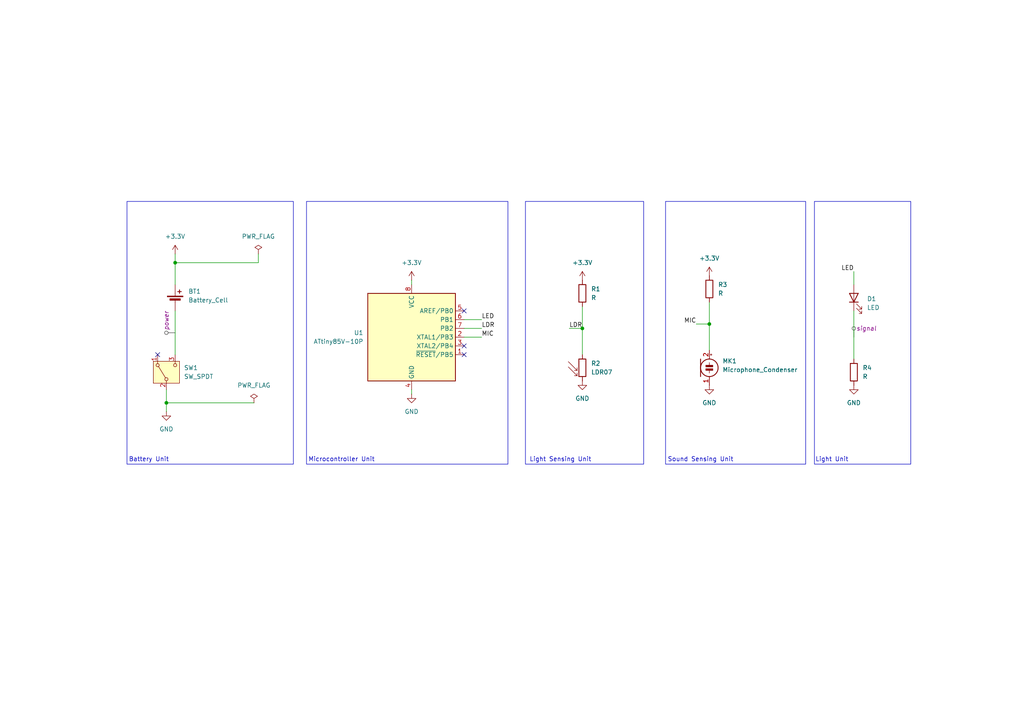
<source format=kicad_sch>
(kicad_sch (version 20231120) (generator "eeschema") (generator_version "8.0")
  (paper "A4")
  (title_block (title "Parking Lot Sensor PCB") (date "28 Sep 2024") (rev "V1") (company "Embedded Ninja"))
  (lib_symbols
    (symbol "Device:Battery_Cell" (pin_numbers hide) (pin_names (offset 0) hide)
      (property "Reference" "BT" (at 2.54 2.54 0))
      (property "Value" "Battery_Cell" (at 2.54 0 0))
      (symbol "Battery_Cell_0_1"
        (rectangle (start -2.286 1.778) (end 2.286 1.524) (fill (type outline)))
        (rectangle (start -1.524 1.016) (end 1.524 0.508) (fill (type outline)))
        (polyline (pts (xy 0 0.762) (xy 0 0)))
        (polyline (pts (xy 0 1.778) (xy 0 2.54)))
        (polyline (pts (xy 0.762 3.048) (xy 1.778 3.048)) (stroke (width 0.254)))
        (polyline (pts (xy 1.27 3.556) (xy 1.27 2.54)) (stroke (width 0.254)))
      )
      (symbol "Battery_Cell_1_1"
        (pin passive line (at 0 5.08 270) (length 2.54) (name "+") (number "1"))
        (pin passive line (at 0 -2.54 90) (length 2.54) (name "-") (number "2"))
      )
    )
    (symbol "Device:LED" (pin_numbers hide) (pin_names (offset 1.016) hide)
      (property "Reference" "D" (at 0 2.54 0))
      (property "Value" "LED" (at 0 -2.54 0))
      (symbol "LED_0_1"
        (polyline (pts (xy -1.27 -1.27) (xy -1.27 1.27)) (stroke (width 0.254)))
        (polyline (pts (xy -1.27 0) (xy 1.27 0)))
        (polyline (pts (xy 1.27 -1.27) (xy 1.27 1.27) (xy -1.27 0) (xy 1.27 -1.27)) (stroke (width 0.254)))
        (polyline (pts (xy -3.048 -0.762) (xy -4.572 -2.286) (xy -3.81 -2.286) (xy -4.572 -2.286) (xy -4.572 -1.524)))
        (polyline (pts (xy -1.778 -0.762) (xy -3.302 -2.286) (xy -2.54 -2.286) (xy -3.302 -2.286) (xy -3.302 -1.524)))
      )
      (symbol "LED_1_1"
        (pin passive line (at -3.81 0 0) (length 2.54) (name "K") (number "1"))
        (pin passive line (at 3.81 0 180) (length 2.54) (name "A") (number "2"))
      )
    )
    (symbol "Device:Microphone_Condenser" (pin_names (offset 0.0254) hide)
      (property "Reference" "MK" (at -3.302 1.27 0))
      (property "Value" "Microphone_Condenser" (at -3.302 -0.635 0))
      (symbol "Microphone_Condenser_0_1"
        (polyline (pts (xy -2.54 2.54) (xy -2.54 -2.54)) (stroke (width 0.254)))
        (polyline (pts (xy 0 -0.762) (xy 0 -1.524)))
        (polyline (pts (xy 0 0.762) (xy 0 1.524)))
        (polyline (pts (xy 0.254 3.81) (xy 0.762 3.81)))
        (polyline (pts (xy 0.508 4.064) (xy 0.508 3.556)))
        (circle (center 0 0) (radius 2.54) (stroke (width 0.254)))
        (rectangle (start 1.016 -0.254) (end -1.016 -0.762) (fill (type outline)))
        (rectangle (start 1.016 0.762) (end -1.016 0.254) (fill (type outline)))
      )
      (symbol "Microphone_Condenser_1_1"
        (pin passive line (at 0 -5.08 90) (length 2.54) (name "-") (number "1"))
        (pin passive line (at 0 5.08 270) (length 2.54) (name "+") (number "2"))
      )
    )
    (symbol "Device:R" (pin_numbers hide) (pin_names (offset 0))
      (property "Reference" "R" (at 2.032 0 90))
      (property "Value" "R" (at 0 0 90))
      (symbol "R_0_1"
        (rectangle (start -1.016 -2.54) (end 1.016 2.54) (stroke (width 0.254)))
      )
      (symbol "R_1_1"
        (pin passive line (at 0 3.81 270) (length 1.27) (name "~") (number "1"))
        (pin passive line (at 0 -3.81 90) (length 1.27) (name "~") (number "2"))
      )
    )
    (symbol "MCU_Microchip_ATtiny:ATtiny85V-10P"
      (property "Reference" "U" (at -12.7 13.97 0))
      (property "Value" "ATtiny85V-10P" (at 2.54 -13.97 0))
      (symbol "ATtiny85V-10P_0_1"
        (rectangle (start -12.7 -12.7) (end 12.7 12.7) (stroke (width 0.254)) (fill (type background)))
      )
      (symbol "ATtiny85V-10P_1_1"
        (pin bidirectional line (at 15.24 -5.08 180) (length 2.54) (name "~{RESET}/PB5") (number "1"))
        (pin bidirectional line (at 15.24 0 180) (length 2.54) (name "XTAL1/PB3") (number "2"))
        (pin bidirectional line (at 15.24 -2.54 180) (length 2.54) (name "XTAL2/PB4") (number "3"))
        (pin power_in line (at 0 -15.24 90) (length 2.54) (name "GND") (number "4"))
        (pin bidirectional line (at 15.24 7.62 180) (length 2.54) (name "AREF/PB0") (number "5"))
        (pin bidirectional line (at 15.24 5.08 180) (length 2.54) (name "PB1") (number "6"))
        (pin bidirectional line (at 15.24 2.54 180) (length 2.54) (name "PB2") (number "7"))
        (pin power_in line (at 0 15.24 270) (length 2.54) (name "VCC") (number "8"))
      )
    )
    (symbol "Sensor_Optical:LDR07" (pin_numbers hide) (pin_names (offset 0))
      (property "Reference" "R" (at -5.08 0 90))
      (property "Value" "LDR07" (at 1.905 0 90))
      (symbol "LDR07_0_1"
        (rectangle (start -1.016 2.54) (end 1.016 -2.54) (stroke (width 0.254)))
        (polyline (pts (xy -1.524 -2.286) (xy -4.064 0.254)))
        (polyline (pts (xy -1.524 -2.286) (xy -2.286 -2.286)))
        (polyline (pts (xy -1.524 -2.286) (xy -1.524 -1.524)))
        (polyline (pts (xy -1.524 -0.762) (xy -4.064 1.778)))
        (polyline (pts (xy -1.524 -0.762) (xy -2.286 -0.762)))
        (polyline (pts (xy -1.524 -0.762) (xy -1.524 0)))
      )
      (symbol "LDR07_1_1"
        (pin passive line (at 0 3.81 270) (length 1.27) (name "~") (number "1"))
        (pin passive line (at 0 -3.81 90) (length 1.27) (name "~") (number "2"))
      )
    )
    (symbol "Switch:SW_SPDT" (pin_names (offset 0) hide)
      (property "Reference" "SW" (at 0 5.08 0))
      (property "Value" "SW_SPDT" (at 0 -5.08 0))
      (symbol "SW_SPDT_0_1"
        (circle (center -2.032 0) (radius 0.4572))
        (polyline (pts (xy -1.651 0.254) (xy 1.651 2.286)))
        (circle (center 2.032 -2.54) (radius 0.4572))
        (circle (center 2.032 2.54) (radius 0.4572))
      )
      (symbol "SW_SPDT_1_1"
        (rectangle (start -3.175 3.81) (end 3.175 -3.81) (fill (type background)))
        (pin passive line (at 5.08 2.54 180) (length 2.54) (name "A") (number "1"))
        (pin passive line (at -5.08 0 0) (length 2.54) (name "B") (number "2"))
        (pin passive line (at 5.08 -2.54 180) (length 2.54) (name "C") (number "3"))
      )
    )
    (symbol "power:+3.3V" (power) (pin_numbers hide) (pin_names (offset 0) hide)
      (property "Value" "+3.3V" (at 0 3.556 0))
      (symbol "+3.3V_0_1"
        (polyline (pts (xy -0.762 1.27) (xy 0 2.54)))
        (polyline (pts (xy 0 0) (xy 0 2.54)))
        (polyline (pts (xy 0 2.54) (xy 0.762 1.27)))
      )
      (symbol "+3.3V_1_1"
        (pin power_in line (at 0 0 90) (length 0) (name "~") (number "1"))
      )
    )
    (symbol "power:GND" (power) (pin_numbers hide) (pin_names (offset 0) hide)
      (property "Value" "GND" (at 0 -3.81 0))
      (symbol "GND_0_1"
        (polyline (pts (xy 0 0) (xy 0 -1.27) (xy 1.27 -1.27) (xy 0 -2.54) (xy -1.27 -1.27) (xy 0 -1.27)))
      )
      (symbol "GND_1_1"
        (pin power_in line (at 0 0 270) (length 0) (name "~") (number "1"))
      )
    )
    (symbol "power:PWR_FLAG" (power) (pin_numbers hide) (pin_names (offset 0) hide)
      (property "Value" "PWR_FLAG" (at 0 3.81 0))
      (symbol "PWR_FLAG_0_0"
        (pin power_out line (at 0 0 90) (length 0) (name "~") (number "1"))
      )
      (symbol "PWR_FLAG_0_1"
        (polyline (pts (xy 0 0) (xy 0 1.27) (xy -1.016 1.905) (xy 0 2.54) (xy 1.016 1.905) (xy 0 1.27)))
      )
    )
  )
  (junction (at 168.91 95.25))
  (junction (at 50.8 76.2))
  (junction (at 205.74 93.98))
  (junction (at 48.26 116.84))
  (no_connect (at 134.62 90.17))
  (no_connect (at 45.72 102.87))
  (no_connect (at 134.62 100.33))
  (no_connect (at 134.62 102.87))
  (wire (pts (xy 247.65 78.74) (xy 247.65 82.55)))
  (wire (pts (xy 168.91 95.25) (xy 168.91 102.87)))
  (wire (pts (xy 50.8 73.66) (xy 50.8 76.2)))
  (wire (pts (xy 168.91 88.9) (xy 168.91 95.25)))
  (wire (pts (xy 48.26 116.84) (xy 73.66 116.84)))
  (wire (pts (xy 134.62 97.79) (xy 139.7 97.79)))
  (wire (pts (xy 205.74 93.98) (xy 205.74 101.6)))
  (wire (pts (xy 201.93 93.98) (xy 205.74 93.98)))
  (wire (pts (xy 247.65 90.17) (xy 247.65 104.14)))
  (wire (pts (xy 50.8 76.2) (xy 74.93 76.2)))
  (wire (pts (xy 134.62 92.71) (xy 139.7 92.71)))
  (wire (pts (xy 119.38 114.3) (xy 119.38 113.03)))
  (wire (pts (xy 48.26 113.03) (xy 48.26 116.84)))
  (wire (pts (xy 48.26 116.84) (xy 48.26 119.38)))
  (wire (pts (xy 74.93 73.66) (xy 74.93 76.2)))
  (wire (pts (xy 165.1 95.25) (xy 168.91 95.25)))
  (wire (pts (xy 205.74 87.63) (xy 205.74 93.98)))
  (wire (pts (xy 50.8 76.2) (xy 50.8 82.55)))
  (wire (pts (xy 119.38 81.28) (xy 119.38 82.55)))
  (wire (pts (xy 50.8 90.17) (xy 50.8 102.87)))
  (wire (pts (xy 134.62 95.25) (xy 139.7 95.25)))
  (rectangle (start 152.4 58.42) (end 186.69 134.62))
  (rectangle (start 193.04 58.42) (end 233.68 134.62))
  (rectangle (start 236.22 58.42) (end 264.16 134.62))
  (rectangle (start 88.9 58.42) (end 147.32 134.62))
  (rectangle (start 36.83 58.42) (end 85.09 134.62))
  (text "Microcontroller Unit\n" (at 99.06 133.35 0) (effects (font (size 1.27 1.27))))
  (text "Sound Sensing Unit\n" (at 203.2 133.35 0) (effects (font (size 1.27 1.27))))
  (text "Light Sensing Unit\n" (at 162.56 133.35 0) (effects (font (size 1.27 1.27))))
  (text "Light Unit\n" (at 241.3 133.35 0) (effects (font (size 1.27 1.27))))
  (text "Battery Unit" (at 43.18 133.35 0) (effects (font (size 1.27 1.27))))
  (label "MIC" (at 139.7 97.79 0))
  (label "LDR" (at 165.1 95.25 0))
  (label "LED" (at 139.7 92.71 0))
  (label "LDR" (at 139.7 95.25 0))
  (label "LED" (at 247.65 78.74 180))
  (label "MIC" (at 201.93 93.98 180))
  (netclass_flag "" (length 2.54) (shape round) (at 247.65 97.79 0) (property "Netclass" "signal" (at 248.3485 95.25 0) (effects (font (italic yes)) (justify left))))
  (netclass_flag "" (length 2.54) (shape round) (at 50.8 96.52 90) (property "Netclass" "power" (at 48.26 95.8215 90) (effects (font (italic yes)) (justify left))))
  (symbol (lib_id "MCU_Microchip_ATtiny:ATtiny85V-10P") (at 119.38 97.79 0) (unit 1)
    (property "Reference" "U1" (at 105.41 96.5199 0) (effects (justify right)))
    (property "Value" "ATtiny85V-10P" (at 105.41 99.0599 0) (effects (justify right)))
    (property "Footprint" "Package_DIP:DIP-8_W7.62mm" (effects (hide yes)))
    (property "Datasheet" "http://ww1.microchip.com/downloads/en/DeviceDoc/atmel-2586-avr-8-bit-microcontroller-attiny25-attiny45-attiny85_datasheet.pdf" (effects (hide yes)))
    (property "Description" "10MHz, 8kB Flash, 512B SRAM, 512B EEPROM, debugWIRE, DIP-8" (effects (hide yes)))
  )
  (symbol (lib_id "power:GND") (at 205.74 111.76 0) (unit 1)
    (property "Reference" "#PWR08" (effects (hide yes)))
    (property "Value" "GND" (at 205.74 116.84 0))
    (property "Description" "Power symbol creates a global label with name \"GND\" , ground" (effects (hide yes)))
  )
  (symbol (lib_id "Device:Microphone_Condenser") (at 205.74 106.68 0) (unit 1)
    (property "Reference" "MK1" (at 209.55 104.7114 0) (effects (justify left)))
    (property "Value" "Microphone_Condenser" (at 209.55 107.2514 0) (effects (justify left)))
    (property "Footprint" "Sensor_Audio:Infineon_PG-LLGA-5-1" (effects (hide yes)))
    (property "Description" "Condenser microphone" (effects (hide yes)))
  )
  (symbol (lib_id "Device:R") (at 168.91 85.09 0) (unit 1)
    (property "Reference" "R1" (at 171.45 83.8199 0) (effects (justify left)))
    (property "Value" "R" (at 171.45 86.3599 0) (effects (justify left)))
    (property "Footprint" "OptoDevice:R_LDR_5.2x5.2mm_P3.5mm_Horizontal" (effects (hide yes)))
    (property "Description" "Resistor" (effects (hide yes)))
  )
  (symbol (lib_id "Device:R") (at 247.65 107.95 0) (unit 1)
    (property "Reference" "R4" (at 250.19 106.6799 0) (effects (justify left)))
    (property "Value" "R" (at 250.19 109.2199 0) (effects (justify left)))
    (property "Footprint" "OptoDevice:R_LDR_5.2x5.2mm_P3.5mm_Horizontal" (effects (hide yes)))
    (property "Description" "Resistor" (effects (hide yes)))
  )
  (symbol (lib_id "power:+3.3V") (at 205.74 80.01 0) (unit 1)
    (property "Reference" "#PWR07" (effects (hide yes)))
    (property "Value" "+3.3V" (at 205.74 74.93 0))
    (property "Description" "Power symbol creates a global label with name \"+3.3V\"" (effects (hide yes)))
  )
  (symbol (lib_id "power:PWR_FLAG") (at 73.66 116.84 0) (unit 1)
    (property "Reference" "#FLG01" (effects (hide yes)))
    (property "Value" "PWR_FLAG" (at 73.66 111.76 0))
    (property "Description" "Special symbol for telling ERC where power comes from" (effects (hide yes)))
  )
  (symbol (lib_id "Switch:SW_SPDT") (at 48.26 107.95 90) (unit 1)
    (property "Reference" "SW1" (at 53.34 106.6799 90) (effects (justify right)))
    (property "Value" "SW_SPDT" (at 53.34 109.2199 90) (effects (justify right)))
    (property "Footprint" "Button_Switch_SMD:SW_SPDT_CK_JS102011SAQN" (effects (hide yes)))
    (property "Description" "Switch, single pole double throw" (effects (hide yes)))
  )
  (symbol (lib_id "power:+3.3V") (at 50.8 73.66 0) (unit 1)
    (property "Reference" "#PWR02" (effects (hide yes)))
    (property "Value" "+3.3V" (at 50.8 68.58 0))
    (property "Description" "Power symbol creates a global label with name \"+3.3V\"" (effects (hide yes)))
  )
  (symbol (lib_id "power:+3.3V") (at 119.38 81.28 0) (unit 1)
    (property "Reference" "#PWR03" (effects (hide yes)))
    (property "Value" "+3.3V" (at 119.38 76.2 0))
    (property "Description" "Power symbol creates a global label with name \"+3.3V\"" (effects (hide yes)))
  )
  (symbol (lib_id "Device:R") (at 205.74 83.82 0) (unit 1)
    (property "Reference" "R3" (at 208.28 82.5499 0) (effects (justify left)))
    (property "Value" "R" (at 208.28 85.0899 0) (effects (justify left)))
    (property "Footprint" "OptoDevice:R_LDR_5.2x5.2mm_P3.5mm_Horizontal" (effects (hide yes)))
    (property "Description" "Resistor" (effects (hide yes)))
  )
  (symbol (lib_id "Sensor_Optical:LDR07") (at 168.91 106.68 0) (unit 1)
    (property "Reference" "R2" (at 171.45 105.4099 0) (effects (justify left)))
    (property "Value" "LDR07" (at 171.45 107.9499 0) (effects (justify left)))
    (property "Footprint" "OptoDevice:R_LDR_5.1x4.3mm_P3.4mm_Vertical" (effects (hide yes)))
    (property "Datasheet" "http://www.tme.eu/de/Document/f2e3ad76a925811312d226c31da4cd7e/LDR07.pdf" (effects (hide yes)))
    (property "Description" "light dependent resistor" (effects (hide yes)))
  )
  (symbol (lib_id "Device:LED") (at 247.65 86.36 90) (unit 1)
    (property "Reference" "D1" (at 251.46 86.6774 90) (effects (justify right)))
    (property "Value" "LED" (at 251.46 89.2174 90) (effects (justify right)))
    (property "Footprint" "LED_THT:LED_D5.0mm" (effects (hide yes)))
    (property "Description" "Light emitting diode" (effects (hide yes)))
  )
  (symbol (lib_id "power:GND") (at 48.26 119.38 0) (unit 1)
    (property "Reference" "#PWR01" (effects (hide yes)))
    (property "Value" "GND" (at 48.26 124.46 0))
    (property "Description" "Power symbol creates a global label with name \"GND\" , ground" (effects (hide yes)))
  )
  (symbol (lib_id "power:GND") (at 168.91 110.49 0) (unit 1)
    (property "Reference" "#PWR06" (effects (hide yes)))
    (property "Value" "GND" (at 168.91 115.57 0))
    (property "Description" "Power symbol creates a global label with name \"GND\" , ground" (effects (hide yes)))
  )
  (symbol (lib_id "power:+3.3V") (at 168.91 81.28 0) (unit 1)
    (property "Reference" "#PWR05" (effects (hide yes)))
    (property "Value" "+3.3V" (at 168.91 76.2 0))
    (property "Description" "Power symbol creates a global label with name \"+3.3V\"" (effects (hide yes)))
  )
  (symbol (lib_id "power:PWR_FLAG") (at 74.93 73.66 0) (unit 1)
    (property "Reference" "#FLG02" (effects (hide yes)))
    (property "Value" "PWR_FLAG" (at 74.93 68.58 0))
    (property "Description" "Special symbol for telling ERC where power comes from" (effects (hide yes)))
  )
  (symbol (lib_id "power:GND") (at 119.38 114.3 0) (unit 1)
    (property "Reference" "#PWR04" (effects (hide yes)))
    (property "Value" "GND" (at 119.38 119.38 0))
    (property "Description" "Power symbol creates a global label with name \"GND\" , ground" (effects (hide yes)))
  )
  (symbol (lib_id "Device:Battery_Cell") (at 50.8 87.63 0) (unit 1)
    (property "Reference" "BT1" (at 54.61 84.5184 0) (effects (justify left)))
    (property "Value" "Battery_Cell" (at 54.61 87.0584 0) (effects (justify left)))
    (property "Footprint" "Battery:BatteryHolder_ComfortableElectronic_CH273-2450_1x2450" (effects (hide yes)))
    (property "Description" "Single-cell battery" (effects (hide yes)))
  )
  (symbol (lib_id "power:GND") (at 247.65 111.76 0) (unit 1)
    (property "Reference" "#PWR09" (effects (hide yes)))
    (property "Value" "GND" (at 247.65 116.84 0))
    (property "Description" "Power symbol creates a global label with name \"GND\" , ground" (effects (hide yes)))
  )
)
</source>
